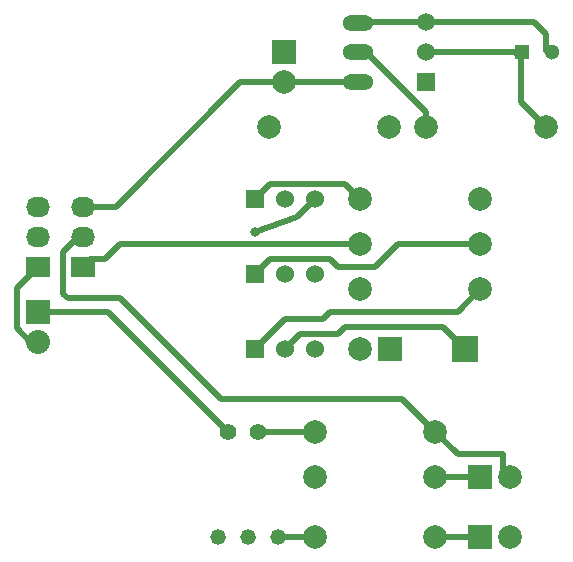
<source format=gbl>
G04 #@! TF.FileFunction,Copper,L2,Bot,Signal*
%FSLAX46Y46*%
G04 Gerber Fmt 4.6, Leading zero omitted, Abs format (unit mm)*
G04 Created by KiCad (PCBNEW 4.0.4-stable) date 01/16/17 16:57:48*
%MOMM*%
%LPD*%
G01*
G04 APERTURE LIST*
%ADD10C,0.100000*%
%ADD11C,1.524000*%
%ADD12R,1.524000X1.524000*%
%ADD13O,2.641600X1.320800*%
%ADD14R,2.000000X2.000000*%
%ADD15C,2.000000*%
%ADD16C,1.320800*%
%ADD17C,1.397000*%
%ADD18C,1.300000*%
%ADD19R,1.300000X1.300000*%
%ADD20R,2.235200X2.235200*%
%ADD21R,2.032000X1.727200*%
%ADD22O,2.032000X1.727200*%
%ADD23R,2.032000X2.032000*%
%ADD24O,2.032000X2.032000*%
%ADD25C,1.998980*%
%ADD26C,0.800000*%
%ADD27C,0.500000*%
G04 APERTURE END LIST*
D10*
D11*
X141605000Y-80772000D03*
X141605000Y-78232000D03*
D12*
X141605000Y-83312000D03*
D13*
X135863400Y-80770800D03*
X135863400Y-83270800D03*
X135863400Y-78270800D03*
D14*
X129540000Y-80772000D03*
D15*
X129540000Y-83312000D03*
D14*
X138557000Y-105918000D03*
D15*
X136017000Y-105918000D03*
D11*
X129667000Y-93218000D03*
X132207000Y-93218000D03*
D12*
X127127000Y-93218000D03*
D11*
X129667000Y-99568000D03*
X132207000Y-99568000D03*
D12*
X127127000Y-99568000D03*
D11*
X129667000Y-105918000D03*
X132207000Y-105918000D03*
D12*
X127127000Y-105918000D03*
D16*
X123952000Y-121793000D03*
X129032000Y-121793000D03*
X126492000Y-121793000D03*
D17*
X127381000Y-112903000D03*
X124841000Y-112903000D03*
D14*
X146177000Y-116713000D03*
D15*
X148717000Y-116713000D03*
D14*
X146177000Y-121793000D03*
D15*
X148717000Y-121793000D03*
D18*
X152233000Y-80772000D03*
D19*
X149733000Y-80772000D03*
D20*
X144907000Y-105918000D03*
D21*
X108712000Y-98933000D03*
D22*
X108712000Y-96393000D03*
X108712000Y-93853000D03*
D21*
X112522000Y-98933000D03*
D22*
X112522000Y-96393000D03*
X112522000Y-93853000D03*
D23*
X108712000Y-102743000D03*
D24*
X108712000Y-105283000D03*
D25*
X146177000Y-100838000D03*
X136017000Y-100838000D03*
X146177000Y-97028000D03*
X136017000Y-97028000D03*
X136017000Y-93218000D03*
X146177000Y-93218000D03*
X142367000Y-112903000D03*
X132207000Y-112903000D03*
X142367000Y-121793000D03*
X132207000Y-121793000D03*
X142367000Y-116713000D03*
X132207000Y-116713000D03*
X151765000Y-87122000D03*
X141605000Y-87122000D03*
X128270000Y-87122000D03*
X138430000Y-87122000D03*
D26*
X127127000Y-96012000D03*
D27*
X130683000Y-94742000D02*
X127127000Y-96012000D01*
X132207000Y-93218000D02*
X130683000Y-94742000D01*
X141605000Y-78232000D02*
X150749000Y-78232000D01*
X151725000Y-79208000D02*
X151725000Y-80645000D01*
X150749000Y-78232000D02*
X151725000Y-79208000D01*
X124841000Y-112903000D02*
X114681000Y-102743000D01*
X114681000Y-102743000D02*
X108712000Y-102743000D01*
X141605000Y-78232000D02*
X141732000Y-78359000D01*
X141605000Y-78232000D02*
X135890000Y-78232000D01*
X135890000Y-78232000D02*
X135863400Y-78270800D01*
X141605000Y-80772000D02*
X149098000Y-80772000D01*
X149098000Y-80772000D02*
X149606000Y-81280000D01*
X149606000Y-81280000D02*
X149606000Y-84963000D01*
X149606000Y-84963000D02*
X151765000Y-87122000D01*
X112522000Y-98933000D02*
X113157000Y-98298000D01*
X113157000Y-98298000D02*
X114427000Y-98298000D01*
X114427000Y-98298000D02*
X115697000Y-97028000D01*
X115697000Y-97028000D02*
X136017000Y-97028000D01*
X142367000Y-121793000D02*
X146177000Y-121793000D01*
X112522000Y-96393000D02*
X112141000Y-96393000D01*
X112141000Y-96393000D02*
X110871000Y-97663000D01*
X110871000Y-97663000D02*
X110871000Y-101219000D01*
X110871000Y-101219000D02*
X111252000Y-101600000D01*
X111252000Y-101600000D02*
X115697000Y-101600000D01*
X115697000Y-101600000D02*
X124206000Y-110109000D01*
X124206000Y-110109000D02*
X139573000Y-110109000D01*
X139573000Y-110109000D02*
X142367000Y-112903000D01*
X142367000Y-112903000D02*
X144272000Y-114808000D01*
X144272000Y-114808000D02*
X148082000Y-114808000D01*
X148082000Y-114808000D02*
X148082000Y-116078000D01*
X148082000Y-116078000D02*
X148717000Y-116713000D01*
X146177000Y-116713000D02*
X142367000Y-116713000D01*
X112522000Y-93853000D02*
X115316000Y-93853000D01*
X125857000Y-83312000D02*
X129540000Y-83312000D01*
X115316000Y-93853000D02*
X125857000Y-83312000D01*
X129540000Y-83312000D02*
X135890000Y-83312000D01*
X135890000Y-83312000D02*
X135863400Y-83270800D01*
X144907000Y-105918000D02*
X143002000Y-104013000D01*
X143002000Y-104013000D02*
X134747000Y-104013000D01*
X134747000Y-104013000D02*
X134112000Y-104648000D01*
X134112000Y-104648000D02*
X130937000Y-104648000D01*
X130937000Y-104648000D02*
X129667000Y-105918000D01*
X108712000Y-105283000D02*
X108077000Y-105283000D01*
X108077000Y-105283000D02*
X106934000Y-104140000D01*
X106934000Y-100711000D02*
X108712000Y-98933000D01*
X106934000Y-104140000D02*
X106934000Y-100711000D01*
X146177000Y-100838000D02*
X144272000Y-102743000D01*
X144272000Y-102743000D02*
X133477000Y-102743000D01*
X133477000Y-102743000D02*
X132842000Y-103378000D01*
X132842000Y-103378000D02*
X129667000Y-103378000D01*
X129667000Y-103378000D02*
X127127000Y-105918000D01*
X127127000Y-99568000D02*
X128397000Y-98298000D01*
X128397000Y-98298000D02*
X133477000Y-98298000D01*
X133477000Y-98298000D02*
X134112000Y-98933000D01*
X134112000Y-98933000D02*
X137287000Y-98933000D01*
X137287000Y-98933000D02*
X139192000Y-97028000D01*
X139192000Y-97028000D02*
X146177000Y-97028000D01*
X136017000Y-93218000D02*
X134747000Y-91948000D01*
X134747000Y-91948000D02*
X128397000Y-91948000D01*
X128397000Y-91948000D02*
X127127000Y-93218000D01*
X132207000Y-112903000D02*
X127381000Y-112903000D01*
X129032000Y-121793000D02*
X132207000Y-121793000D01*
X132842000Y-116713000D02*
X132207000Y-116713000D01*
X141605000Y-87122000D02*
X141605000Y-85852000D01*
X141605000Y-85852000D02*
X136525000Y-80772000D01*
X136525000Y-80772000D02*
X135890000Y-80772000D01*
X135890000Y-80772000D02*
X135863400Y-80770800D01*
M02*

</source>
